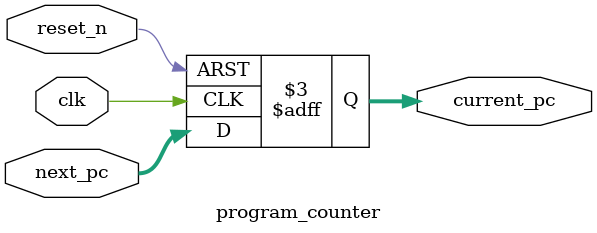
<source format=sv>
`timescale 1ns / 1ps


module program_counter #( parameter WIDTH = 32)(
    input clk, reset_n,
    input [WIDTH-1:0] next_pc,
    output logic [WIDTH-1:0] current_pc
    );
    
    always @(posedge clk, negedge reset_n) begin
        if (~reset_n) 
            current_pc = 0;
        else 
            current_pc = next_pc;
        
    end
    
    
    
endmodule

</source>
